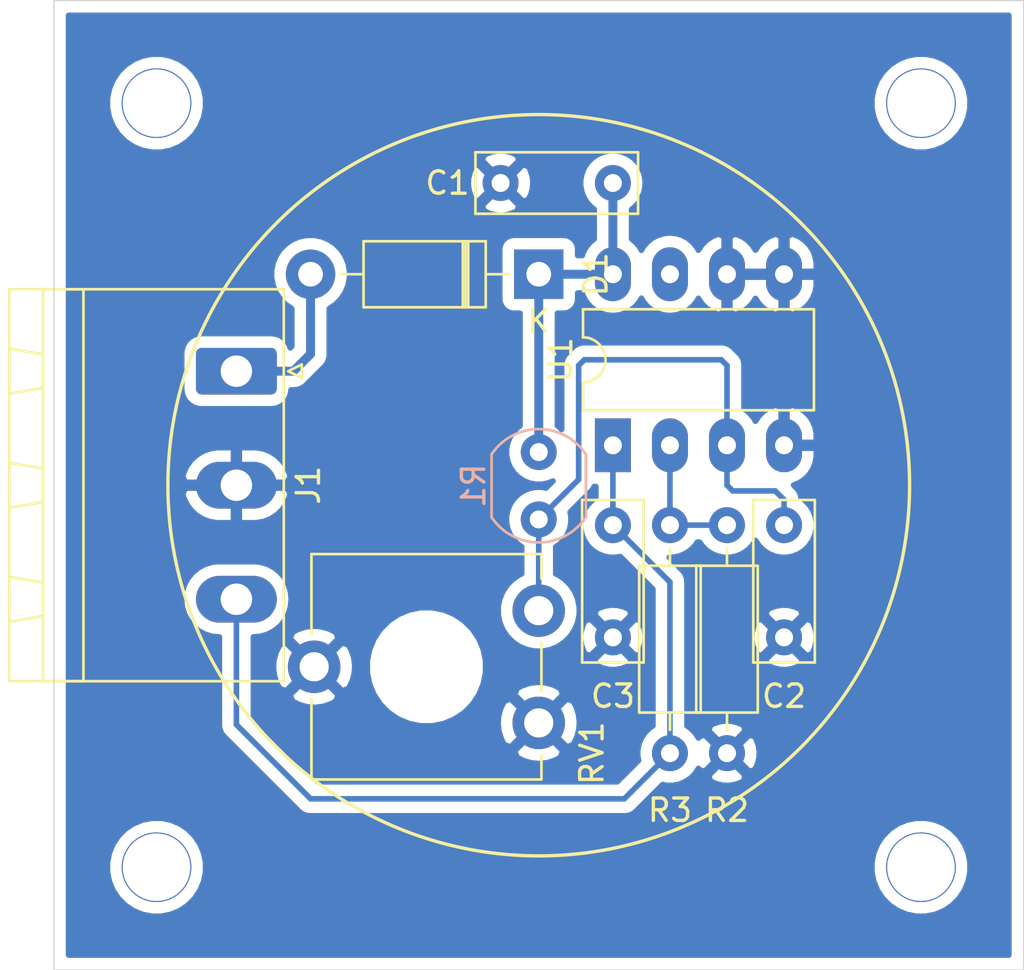
<source format=kicad_pcb>
(kicad_pcb (version 20171130) (host pcbnew "(5.1.5)-3")

  (general
    (thickness 1.6)
    (drawings 5)
    (tracks 35)
    (zones 0)
    (modules 10)
    (nets 8)
  )

  (page A4)
  (layers
    (0 F.Cu signal)
    (31 B.Cu signal)
    (32 B.Adhes user)
    (33 F.Adhes user)
    (34 B.Paste user)
    (35 F.Paste user)
    (36 B.SilkS user)
    (37 F.SilkS user)
    (38 B.Mask user)
    (39 F.Mask user)
    (40 Dwgs.User user)
    (41 Cmts.User user)
    (42 Eco1.User user)
    (43 Eco2.User user)
    (44 Edge.Cuts user)
    (45 Margin user)
    (46 B.CrtYd user)
    (47 F.CrtYd user)
    (48 B.Fab user)
    (49 F.Fab user)
  )

  (setup
    (last_trace_width 0.25)
    (trace_clearance 0.2)
    (zone_clearance 0.508)
    (zone_45_only no)
    (trace_min 0.2)
    (via_size 0.8)
    (via_drill 0.4)
    (via_min_size 0.4)
    (via_min_drill 0.3)
    (uvia_size 0.3)
    (uvia_drill 0.1)
    (uvias_allowed no)
    (uvia_min_size 0.2)
    (uvia_min_drill 0.1)
    (edge_width 0.05)
    (segment_width 0.2)
    (pcb_text_width 0.3)
    (pcb_text_size 1.5 1.5)
    (mod_edge_width 0.12)
    (mod_text_size 1 1)
    (mod_text_width 0.15)
    (pad_size 1.524 1.524)
    (pad_drill 0.762)
    (pad_to_mask_clearance 0.051)
    (solder_mask_min_width 0.25)
    (aux_axis_origin 0 0)
    (visible_elements 7FFDFFFF)
    (pcbplotparams
      (layerselection 0x010fc_ffffffff)
      (usegerberextensions false)
      (usegerberattributes false)
      (usegerberadvancedattributes false)
      (creategerberjobfile false)
      (excludeedgelayer true)
      (linewidth 0.100000)
      (plotframeref false)
      (viasonmask false)
      (mode 1)
      (useauxorigin false)
      (hpglpennumber 1)
      (hpglpenspeed 20)
      (hpglpendiameter 15.000000)
      (psnegative false)
      (psa4output false)
      (plotreference true)
      (plotvalue true)
      (plotinvisibletext false)
      (padsonsilk false)
      (subtractmaskfromsilk false)
      (outputformat 1)
      (mirror false)
      (drillshape 1)
      (scaleselection 1)
      (outputdirectory ""))
  )

  (net 0 "")
  (net 1 GND)
  (net 2 VCC)
  (net 3 "Net-(C2-Pad1)")
  (net 4 "Net-(R2-Pad2)")
  (net 5 "Net-(U1-Pad7)")
  (net 6 "Net-(D1-Pad2)")
  (net 7 AO)

  (net_class Default "This is the default net class."
    (clearance 0.2)
    (trace_width 0.25)
    (via_dia 0.8)
    (via_drill 0.4)
    (uvia_dia 0.3)
    (uvia_drill 0.1)
    (add_net AO)
    (add_net "Net-(C2-Pad1)")
    (add_net "Net-(R2-Pad2)")
    (add_net "Net-(U1-Pad7)")
  )

  (net_class Power ""
    (clearance 0.2)
    (trace_width 0.4)
    (via_dia 0.8)
    (via_drill 0.4)
    (uvia_dia 0.3)
    (uvia_drill 0.1)
    (add_net GND)
    (add_net "Net-(D1-Pad2)")
    (add_net VCC)
  )

  (module Diode_THT:D_DO-41_SOD81_P10.16mm_Horizontal (layer F.Cu) (tedit 5AE50CD5) (tstamp 609C2D95)
    (at 137.414 87.884 180)
    (descr "Diode, DO-41_SOD81 series, Axial, Horizontal, pin pitch=10.16mm, , length*diameter=5.2*2.7mm^2, , http://www.diodes.com/_files/packages/DO-41%20(Plastic).pdf")
    (tags "Diode DO-41_SOD81 series Axial Horizontal pin pitch 10.16mm  length 5.2mm diameter 2.7mm")
    (path /609CDDEE)
    (fp_text reference D1 (at -2.54 0 90) (layer F.SilkS)
      (effects (font (size 1 1) (thickness 0.15)))
    )
    (fp_text value 1N4007 (at 5.08 2.47) (layer F.Fab)
      (effects (font (size 1 1) (thickness 0.15)))
    )
    (fp_text user K (at 0 -2.1) (layer F.SilkS)
      (effects (font (size 1 1) (thickness 0.15)))
    )
    (fp_text user K (at 0 -2.1) (layer F.Fab)
      (effects (font (size 1 1) (thickness 0.15)))
    )
    (fp_text user %R (at 5.47 0) (layer F.Fab)
      (effects (font (size 1 1) (thickness 0.15)))
    )
    (fp_line (start 11.51 -1.6) (end -1.35 -1.6) (layer F.CrtYd) (width 0.05))
    (fp_line (start 11.51 1.6) (end 11.51 -1.6) (layer F.CrtYd) (width 0.05))
    (fp_line (start -1.35 1.6) (end 11.51 1.6) (layer F.CrtYd) (width 0.05))
    (fp_line (start -1.35 -1.6) (end -1.35 1.6) (layer F.CrtYd) (width 0.05))
    (fp_line (start 3.14 -1.47) (end 3.14 1.47) (layer F.SilkS) (width 0.12))
    (fp_line (start 3.38 -1.47) (end 3.38 1.47) (layer F.SilkS) (width 0.12))
    (fp_line (start 3.26 -1.47) (end 3.26 1.47) (layer F.SilkS) (width 0.12))
    (fp_line (start 8.82 0) (end 7.8 0) (layer F.SilkS) (width 0.12))
    (fp_line (start 1.34 0) (end 2.36 0) (layer F.SilkS) (width 0.12))
    (fp_line (start 7.8 -1.47) (end 2.36 -1.47) (layer F.SilkS) (width 0.12))
    (fp_line (start 7.8 1.47) (end 7.8 -1.47) (layer F.SilkS) (width 0.12))
    (fp_line (start 2.36 1.47) (end 7.8 1.47) (layer F.SilkS) (width 0.12))
    (fp_line (start 2.36 -1.47) (end 2.36 1.47) (layer F.SilkS) (width 0.12))
    (fp_line (start 3.16 -1.35) (end 3.16 1.35) (layer F.Fab) (width 0.1))
    (fp_line (start 3.36 -1.35) (end 3.36 1.35) (layer F.Fab) (width 0.1))
    (fp_line (start 3.26 -1.35) (end 3.26 1.35) (layer F.Fab) (width 0.1))
    (fp_line (start 10.16 0) (end 7.68 0) (layer F.Fab) (width 0.1))
    (fp_line (start 0 0) (end 2.48 0) (layer F.Fab) (width 0.1))
    (fp_line (start 7.68 -1.35) (end 2.48 -1.35) (layer F.Fab) (width 0.1))
    (fp_line (start 7.68 1.35) (end 7.68 -1.35) (layer F.Fab) (width 0.1))
    (fp_line (start 2.48 1.35) (end 7.68 1.35) (layer F.Fab) (width 0.1))
    (fp_line (start 2.48 -1.35) (end 2.48 1.35) (layer F.Fab) (width 0.1))
    (pad 2 thru_hole oval (at 10.16 0 180) (size 2.2 2.2) (drill 1.1) (layers *.Cu *.Mask)
      (net 6 "Net-(D1-Pad2)"))
    (pad 1 thru_hole rect (at 0 0 180) (size 2.2 2.2) (drill 1.1) (layers *.Cu *.Mask)
      (net 2 VCC))
    (model ${KISYS3DMOD}/Diode_THT.3dshapes/D_DO-41_SOD81_P10.16mm_Horizontal.wrl
      (at (xyz 0 0 0))
      (scale (xyz 1 1 1))
      (rotate (xyz 0 0 0))
    )
  )

  (module Package_DIP:DIP-8_W7.62mm_LongPads (layer F.Cu) (tedit 5A02E8C5) (tstamp 609C1CC2)
    (at 140.716 95.504 90)
    (descr "8-lead though-hole mounted DIP package, row spacing 7.62 mm (300 mils), LongPads")
    (tags "THT DIP DIL PDIP 2.54mm 7.62mm 300mil LongPads")
    (path /60893231)
    (fp_text reference U1 (at 3.81 -2.33 90) (layer F.SilkS)
      (effects (font (size 1 1) (thickness 0.15)))
    )
    (fp_text value LM358 (at 3.81 9.95 90) (layer F.Fab)
      (effects (font (size 1 1) (thickness 0.15)))
    )
    (fp_text user %R (at 3.81 3.81 90) (layer F.Fab)
      (effects (font (size 1 1) (thickness 0.15)))
    )
    (fp_line (start 9.1 -1.55) (end -1.45 -1.55) (layer F.CrtYd) (width 0.05))
    (fp_line (start 9.1 9.15) (end 9.1 -1.55) (layer F.CrtYd) (width 0.05))
    (fp_line (start -1.45 9.15) (end 9.1 9.15) (layer F.CrtYd) (width 0.05))
    (fp_line (start -1.45 -1.55) (end -1.45 9.15) (layer F.CrtYd) (width 0.05))
    (fp_line (start 6.06 -1.33) (end 4.81 -1.33) (layer F.SilkS) (width 0.12))
    (fp_line (start 6.06 8.95) (end 6.06 -1.33) (layer F.SilkS) (width 0.12))
    (fp_line (start 1.56 8.95) (end 6.06 8.95) (layer F.SilkS) (width 0.12))
    (fp_line (start 1.56 -1.33) (end 1.56 8.95) (layer F.SilkS) (width 0.12))
    (fp_line (start 2.81 -1.33) (end 1.56 -1.33) (layer F.SilkS) (width 0.12))
    (fp_line (start 0.635 -0.27) (end 1.635 -1.27) (layer F.Fab) (width 0.1))
    (fp_line (start 0.635 8.89) (end 0.635 -0.27) (layer F.Fab) (width 0.1))
    (fp_line (start 6.985 8.89) (end 0.635 8.89) (layer F.Fab) (width 0.1))
    (fp_line (start 6.985 -1.27) (end 6.985 8.89) (layer F.Fab) (width 0.1))
    (fp_line (start 1.635 -1.27) (end 6.985 -1.27) (layer F.Fab) (width 0.1))
    (fp_arc (start 3.81 -1.33) (end 2.81 -1.33) (angle -180) (layer F.SilkS) (width 0.12))
    (pad 8 thru_hole oval (at 7.62 0 90) (size 2.4 1.6) (drill 0.8) (layers *.Cu *.Mask)
      (net 2 VCC))
    (pad 4 thru_hole oval (at 0 7.62 90) (size 2.4 1.6) (drill 0.8) (layers *.Cu *.Mask)
      (net 1 GND))
    (pad 7 thru_hole oval (at 7.62 2.54 90) (size 2.4 1.6) (drill 0.8) (layers *.Cu *.Mask)
      (net 5 "Net-(U1-Pad7)"))
    (pad 3 thru_hole oval (at 0 5.08 90) (size 2.4 1.6) (drill 0.8) (layers *.Cu *.Mask)
      (net 3 "Net-(C2-Pad1)"))
    (pad 6 thru_hole oval (at 7.62 5.08 90) (size 2.4 1.6) (drill 0.8) (layers *.Cu *.Mask)
      (net 1 GND))
    (pad 2 thru_hole oval (at 0 2.54 90) (size 2.4 1.6) (drill 0.8) (layers *.Cu *.Mask)
      (net 4 "Net-(R2-Pad2)"))
    (pad 5 thru_hole oval (at 7.62 7.62 90) (size 2.4 1.6) (drill 0.8) (layers *.Cu *.Mask)
      (net 1 GND))
    (pad 1 thru_hole rect (at 0 0 90) (size 2.4 1.6) (drill 0.8) (layers *.Cu *.Mask)
      (net 7 AO))
    (model ${KISYS3DMOD}/Package_DIP.3dshapes/DIP-8_W7.62mm.wrl
      (at (xyz 0 0 0))
      (scale (xyz 1 1 1))
      (rotate (xyz 0 0 0))
    )
  )

  (module Potentiometer_THT:Potentiometer_ACP_CA9-V10_Vertical_Hole (layer F.Cu) (tedit 5A3D4994) (tstamp 609C1CA6)
    (at 137.414 102.87 180)
    (descr "Potentiometer, vertical, shaft hole, ACP CA9-V10, http://www.acptechnologies.com/wp-content/uploads/2017/05/02-ACP-CA9-CE9.pdf")
    (tags "Potentiometer vertical hole ACP CA9-V10")
    (path /6089DFB3)
    (fp_text reference RV1 (at -2.366 -6.35 270) (layer F.SilkS)
      (effects (font (size 1 1) (thickness 0.15)))
    )
    (fp_text value 5k (at 5 3.65) (layer F.Fab)
      (effects (font (size 1 1) (thickness 0.15)))
    )
    (fp_text user %R (at 1 -2.5 90) (layer F.Fab)
      (effects (font (size 1 1) (thickness 0.15)))
    )
    (fp_line (start 11.45 -7.65) (end -1.45 -7.65) (layer F.CrtYd) (width 0.05))
    (fp_line (start 11.45 2.7) (end 11.45 -7.65) (layer F.CrtYd) (width 0.05))
    (fp_line (start -1.45 2.7) (end 11.45 2.7) (layer F.CrtYd) (width 0.05))
    (fp_line (start -1.45 -7.65) (end -1.45 2.7) (layer F.CrtYd) (width 0.05))
    (fp_line (start 10.12 -1.075) (end 10.12 2.52) (layer F.SilkS) (width 0.12))
    (fp_line (start 10.12 -7.521) (end 10.12 -3.925) (layer F.SilkS) (width 0.12))
    (fp_line (start -0.12 1.425) (end -0.12 2.52) (layer F.SilkS) (width 0.12))
    (fp_line (start -0.12 -3.574) (end -0.12 -1.425) (layer F.SilkS) (width 0.12))
    (fp_line (start -0.12 -7.521) (end -0.12 -6.426) (layer F.SilkS) (width 0.12))
    (fp_line (start -0.12 2.52) (end 10.12 2.52) (layer F.SilkS) (width 0.12))
    (fp_line (start -0.12 -7.521) (end 10.12 -7.521) (layer F.SilkS) (width 0.12))
    (fp_line (start 10 -7.4) (end 0 -7.4) (layer F.Fab) (width 0.1))
    (fp_line (start 10 2.4) (end 10 -7.4) (layer F.Fab) (width 0.1))
    (fp_line (start 0 2.4) (end 10 2.4) (layer F.Fab) (width 0.1))
    (fp_line (start 0 -7.4) (end 0 2.4) (layer F.Fab) (width 0.1))
    (pad "" np_thru_hole circle (at 5 -2.5 180) (size 4 4) (drill 4) (layers *.Cu *.Mask))
    (pad 1 thru_hole circle (at 0 0 180) (size 2.34 2.34) (drill 1.3) (layers *.Cu *.Mask)
      (net 3 "Net-(C2-Pad1)"))
    (pad 2 thru_hole circle (at 10 -2.5 180) (size 2.34 2.34) (drill 1.3) (layers *.Cu *.Mask)
      (net 1 GND))
    (pad 3 thru_hole circle (at 0 -5 180) (size 2.34 2.34) (drill 1.3) (layers *.Cu *.Mask)
      (net 1 GND))
    (model ${KISYS3DMOD}/Potentiometer_THT.3dshapes/Potentiometer_ACP_CA9-V10_Vertical_Hole.wrl
      (at (xyz 0 0 0))
      (scale (xyz 1 1 1))
      (rotate (xyz 0 0 0))
    )
  )

  (module Resistor_THT:R_Axial_DIN0207_L6.3mm_D2.5mm_P10.16mm_Horizontal (layer F.Cu) (tedit 5AE5139B) (tstamp 609C1C8E)
    (at 143.256 109.22 90)
    (descr "Resistor, Axial_DIN0207 series, Axial, Horizontal, pin pitch=10.16mm, 0.25W = 1/4W, length*diameter=6.3*2.5mm^2, http://cdn-reichelt.de/documents/datenblatt/B400/1_4W%23YAG.pdf")
    (tags "Resistor Axial_DIN0207 series Axial Horizontal pin pitch 10.16mm 0.25W = 1/4W length 6.3mm diameter 2.5mm")
    (path /60898D17)
    (fp_text reference R3 (at -2.54 0) (layer F.SilkS)
      (effects (font (size 1 1) (thickness 0.15)))
    )
    (fp_text value 100 (at 5.08 2.37 90) (layer F.Fab)
      (effects (font (size 1 1) (thickness 0.15)))
    )
    (fp_text user %R (at 5.08 0 90) (layer F.Fab)
      (effects (font (size 1 1) (thickness 0.15)))
    )
    (fp_line (start 11.21 -1.5) (end -1.05 -1.5) (layer F.CrtYd) (width 0.05))
    (fp_line (start 11.21 1.5) (end 11.21 -1.5) (layer F.CrtYd) (width 0.05))
    (fp_line (start -1.05 1.5) (end 11.21 1.5) (layer F.CrtYd) (width 0.05))
    (fp_line (start -1.05 -1.5) (end -1.05 1.5) (layer F.CrtYd) (width 0.05))
    (fp_line (start 9.12 0) (end 8.35 0) (layer F.SilkS) (width 0.12))
    (fp_line (start 1.04 0) (end 1.81 0) (layer F.SilkS) (width 0.12))
    (fp_line (start 8.35 -1.37) (end 1.81 -1.37) (layer F.SilkS) (width 0.12))
    (fp_line (start 8.35 1.37) (end 8.35 -1.37) (layer F.SilkS) (width 0.12))
    (fp_line (start 1.81 1.37) (end 8.35 1.37) (layer F.SilkS) (width 0.12))
    (fp_line (start 1.81 -1.37) (end 1.81 1.37) (layer F.SilkS) (width 0.12))
    (fp_line (start 10.16 0) (end 8.23 0) (layer F.Fab) (width 0.1))
    (fp_line (start 0 0) (end 1.93 0) (layer F.Fab) (width 0.1))
    (fp_line (start 8.23 -1.25) (end 1.93 -1.25) (layer F.Fab) (width 0.1))
    (fp_line (start 8.23 1.25) (end 8.23 -1.25) (layer F.Fab) (width 0.1))
    (fp_line (start 1.93 1.25) (end 8.23 1.25) (layer F.Fab) (width 0.1))
    (fp_line (start 1.93 -1.25) (end 1.93 1.25) (layer F.Fab) (width 0.1))
    (pad 2 thru_hole oval (at 10.16 0 90) (size 1.6 1.6) (drill 0.8) (layers *.Cu *.Mask)
      (net 4 "Net-(R2-Pad2)"))
    (pad 1 thru_hole circle (at 0 0 90) (size 1.6 1.6) (drill 0.8) (layers *.Cu *.Mask)
      (net 7 AO))
    (model ${KISYS3DMOD}/Resistor_THT.3dshapes/R_Axial_DIN0207_L6.3mm_D2.5mm_P10.16mm_Horizontal.wrl
      (at (xyz 0 0 0))
      (scale (xyz 1 1 1))
      (rotate (xyz 0 0 0))
    )
  )

  (module Resistor_THT:R_Axial_DIN0207_L6.3mm_D2.5mm_P10.16mm_Horizontal (layer F.Cu) (tedit 5AE5139B) (tstamp 609C3343)
    (at 145.796 109.22 90)
    (descr "Resistor, Axial_DIN0207 series, Axial, Horizontal, pin pitch=10.16mm, 0.25W = 1/4W, length*diameter=6.3*2.5mm^2, http://cdn-reichelt.de/documents/datenblatt/B400/1_4W%23YAG.pdf")
    (tags "Resistor Axial_DIN0207 series Axial Horizontal pin pitch 10.16mm 0.25W = 1/4W length 6.3mm diameter 2.5mm")
    (path /608995EB)
    (fp_text reference R2 (at -2.54 0) (layer F.SilkS)
      (effects (font (size 1 1) (thickness 0.15)))
    )
    (fp_text value 20k (at 5.08 2.37 90) (layer F.Fab)
      (effects (font (size 1 1) (thickness 0.15)))
    )
    (fp_text user %R (at 5.08 0 90) (layer F.Fab)
      (effects (font (size 1 1) (thickness 0.15)))
    )
    (fp_line (start 11.21 -1.5) (end -1.05 -1.5) (layer F.CrtYd) (width 0.05))
    (fp_line (start 11.21 1.5) (end 11.21 -1.5) (layer F.CrtYd) (width 0.05))
    (fp_line (start -1.05 1.5) (end 11.21 1.5) (layer F.CrtYd) (width 0.05))
    (fp_line (start -1.05 -1.5) (end -1.05 1.5) (layer F.CrtYd) (width 0.05))
    (fp_line (start 9.12 0) (end 8.35 0) (layer F.SilkS) (width 0.12))
    (fp_line (start 1.04 0) (end 1.81 0) (layer F.SilkS) (width 0.12))
    (fp_line (start 8.35 -1.37) (end 1.81 -1.37) (layer F.SilkS) (width 0.12))
    (fp_line (start 8.35 1.37) (end 8.35 -1.37) (layer F.SilkS) (width 0.12))
    (fp_line (start 1.81 1.37) (end 8.35 1.37) (layer F.SilkS) (width 0.12))
    (fp_line (start 1.81 -1.37) (end 1.81 1.37) (layer F.SilkS) (width 0.12))
    (fp_line (start 10.16 0) (end 8.23 0) (layer F.Fab) (width 0.1))
    (fp_line (start 0 0) (end 1.93 0) (layer F.Fab) (width 0.1))
    (fp_line (start 8.23 -1.25) (end 1.93 -1.25) (layer F.Fab) (width 0.1))
    (fp_line (start 8.23 1.25) (end 8.23 -1.25) (layer F.Fab) (width 0.1))
    (fp_line (start 1.93 1.25) (end 8.23 1.25) (layer F.Fab) (width 0.1))
    (fp_line (start 1.93 -1.25) (end 1.93 1.25) (layer F.Fab) (width 0.1))
    (pad 2 thru_hole oval (at 10.16 0 90) (size 1.6 1.6) (drill 0.8) (layers *.Cu *.Mask)
      (net 4 "Net-(R2-Pad2)"))
    (pad 1 thru_hole circle (at 0 0 90) (size 1.6 1.6) (drill 0.8) (layers *.Cu *.Mask)
      (net 1 GND))
    (model ${KISYS3DMOD}/Resistor_THT.3dshapes/R_Axial_DIN0207_L6.3mm_D2.5mm_P10.16mm_Horizontal.wrl
      (at (xyz 0 0 0))
      (scale (xyz 1 1 1))
      (rotate (xyz 0 0 0))
    )
  )

  (module OptoDevice:R_LDR_5.0x4.1mm_P3mm_Vertical (layer B.Cu) (tedit 5B8603C1) (tstamp 609C1C60)
    (at 137.414 95.806 270)
    (descr "Resistor, LDR 5x4.1mm, see http://cdn-reichelt.de/documents/datenblatt/A500/A90xxxx%23PE.pdf")
    (tags "Resistor LDR5x4.1mm")
    (path /60898305)
    (fp_text reference R1 (at 1.5 2.9 270) (layer B.SilkS)
      (effects (font (size 1 1) (thickness 0.15)) (justify mirror))
    )
    (fp_text value LDR03 (at 1.3 -3 270) (layer B.Fab)
      (effects (font (size 1 1) (thickness 0.15)) (justify mirror))
    )
    (fp_arc (start 1.5 0) (end 0.2 -2.05) (angle -114) (layer B.Fab) (width 0.1))
    (fp_arc (start 1.5 0) (end 2.8 2.05) (angle -114) (layer B.Fab) (width 0.1))
    (fp_arc (start 1.5 0) (end 0.1 -2.1) (angle -113) (layer B.SilkS) (width 0.12))
    (fp_arc (start 1.5 0) (end 2.9 2.1) (angle -113) (layer B.SilkS) (width 0.12))
    (fp_line (start 4.18 -2.3) (end -1.18 -2.3) (layer B.CrtYd) (width 0.05))
    (fp_line (start 4.18 -2.3) (end 4.18 2.3) (layer B.CrtYd) (width 0.05))
    (fp_line (start -1.18 2.3) (end -1.18 -2.3) (layer B.CrtYd) (width 0.05))
    (fp_line (start -1.18 2.3) (end 4.18 2.3) (layer B.CrtYd) (width 0.05))
    (fp_line (start 0.2 2.05) (end 2.8 2.05) (layer B.Fab) (width 0.1))
    (fp_line (start 2.8 -2.05) (end 0.2 -2.05) (layer B.Fab) (width 0.1))
    (fp_line (start 0.6 -1.8) (end 2.4 -1.8) (layer B.Fab) (width 0.1))
    (fp_line (start 0.6 -1.2) (end 0.6 -1.8) (layer B.Fab) (width 0.1))
    (fp_line (start 2.4 1.8) (end 2.4 1.2) (layer B.Fab) (width 0.1))
    (fp_line (start 0.6 1.8) (end 2.4 1.8) (layer B.Fab) (width 0.1))
    (fp_line (start 0.9 1.2) (end 2.4 1.2) (layer B.Fab) (width 0.1))
    (fp_line (start 0.9 0.6) (end 0.9 1.2) (layer B.Fab) (width 0.1))
    (fp_line (start 2.1 0.6) (end 0.9 0.6) (layer B.Fab) (width 0.1))
    (fp_line (start 2.1 0.5) (end 2.1 0.6) (layer B.Fab) (width 0.1))
    (fp_line (start 2.1 0) (end 2.1 0.5) (layer B.Fab) (width 0.1))
    (fp_line (start 0.9 0) (end 2.1 0) (layer B.Fab) (width 0.1))
    (fp_line (start 0.9 -0.6) (end 0.9 0) (layer B.Fab) (width 0.1))
    (fp_line (start 2.1 -0.6) (end 0.9 -0.6) (layer B.Fab) (width 0.1))
    (fp_line (start 2.1 -1.2) (end 2.1 -0.6) (layer B.Fab) (width 0.1))
    (fp_line (start 0.6 -1.2) (end 2.1 -1.2) (layer B.Fab) (width 0.1))
    (fp_line (start 0.1 2.1) (end 2.9 2.1) (layer B.SilkS) (width 0.12))
    (fp_line (start 0.1 -2.1) (end 2.9 -2.1) (layer B.SilkS) (width 0.12))
    (fp_text user %R (at 1.5 2.9 270) (layer B.Fab)
      (effects (font (size 1 1) (thickness 0.15)) (justify mirror))
    )
    (pad 2 thru_hole circle (at 3 0 270) (size 1.6 1.6) (drill 0.8) (layers *.Cu *.Mask)
      (net 3 "Net-(C2-Pad1)"))
    (pad 1 thru_hole circle (at 0 0 270) (size 1.6 1.6) (drill 0.8) (layers *.Cu *.Mask)
      (net 2 VCC))
    (model ${KISYS3DMOD}/OptoDevice.3dshapes/R_LDR_5.0x4.1mm_P3mm_Vertical.wrl
      (at (xyz 0 0 0))
      (scale (xyz 1 1 1))
      (rotate (xyz 0 0 0))
    )
    (model ${KIPRJMOD}/External/ldr-33-wrl.wrl
      (at (xyz 0 0 0))
      (scale (xyz 1 1 1))
      (rotate (xyz 0 0 0))
    )
    (model ${KIPRJMOD}/External/ldr-33-v2-0.6mm.STL
      (at (xyz 0 0 0))
      (scale (xyz 1 1 1))
      (rotate (xyz 0 0 0))
    )
  )

  (module Capacitor_THT:C_Disc_D7.0mm_W2.5mm_P5.00mm (layer F.Cu) (tedit 5AE50EF0) (tstamp 609C1C09)
    (at 140.716 99.06 270)
    (descr "C, Disc series, Radial, pin pitch=5.00mm, , diameter*width=7*2.5mm^2, Capacitor, http://cdn-reichelt.de/documents/datenblatt/B300/DS_KERKO_TC.pdf")
    (tags "C Disc series Radial pin pitch 5.00mm  diameter 7mm width 2.5mm Capacitor")
    (path /6089D11C)
    (fp_text reference C3 (at 7.62 0 180) (layer F.SilkS)
      (effects (font (size 1 1) (thickness 0.15)))
    )
    (fp_text value 100nF (at 2.5 2.5 90) (layer F.Fab)
      (effects (font (size 1 1) (thickness 0.15)))
    )
    (fp_text user %R (at 2.5 0 90) (layer F.Fab)
      (effects (font (size 1 1) (thickness 0.15)))
    )
    (fp_line (start 6.25 -1.5) (end -1.25 -1.5) (layer F.CrtYd) (width 0.05))
    (fp_line (start 6.25 1.5) (end 6.25 -1.5) (layer F.CrtYd) (width 0.05))
    (fp_line (start -1.25 1.5) (end 6.25 1.5) (layer F.CrtYd) (width 0.05))
    (fp_line (start -1.25 -1.5) (end -1.25 1.5) (layer F.CrtYd) (width 0.05))
    (fp_line (start 6.12 -1.37) (end 6.12 1.37) (layer F.SilkS) (width 0.12))
    (fp_line (start -1.12 -1.37) (end -1.12 1.37) (layer F.SilkS) (width 0.12))
    (fp_line (start -1.12 1.37) (end 6.12 1.37) (layer F.SilkS) (width 0.12))
    (fp_line (start -1.12 -1.37) (end 6.12 -1.37) (layer F.SilkS) (width 0.12))
    (fp_line (start 6 -1.25) (end -1 -1.25) (layer F.Fab) (width 0.1))
    (fp_line (start 6 1.25) (end 6 -1.25) (layer F.Fab) (width 0.1))
    (fp_line (start -1 1.25) (end 6 1.25) (layer F.Fab) (width 0.1))
    (fp_line (start -1 -1.25) (end -1 1.25) (layer F.Fab) (width 0.1))
    (pad 2 thru_hole circle (at 5 0 270) (size 1.6 1.6) (drill 0.8) (layers *.Cu *.Mask)
      (net 1 GND))
    (pad 1 thru_hole circle (at 0 0 270) (size 1.6 1.6) (drill 0.8) (layers *.Cu *.Mask)
      (net 7 AO))
    (model ${KISYS3DMOD}/Capacitor_THT.3dshapes/C_Disc_D7.0mm_W2.5mm_P5.00mm.wrl
      (at (xyz 0 0 0))
      (scale (xyz 1 1 1))
      (rotate (xyz 0 0 0))
    )
  )

  (module Capacitor_THT:C_Disc_D7.0mm_W2.5mm_P5.00mm (layer F.Cu) (tedit 5AE50EF0) (tstamp 609C1BF6)
    (at 148.336 99.06 270)
    (descr "C, Disc series, Radial, pin pitch=5.00mm, , diameter*width=7*2.5mm^2, Capacitor, http://cdn-reichelt.de/documents/datenblatt/B300/DS_KERKO_TC.pdf")
    (tags "C Disc series Radial pin pitch 5.00mm  diameter 7mm width 2.5mm Capacitor")
    (path /6089C9CA)
    (fp_text reference C2 (at 7.62 0 180) (layer F.SilkS)
      (effects (font (size 1 1) (thickness 0.15)))
    )
    (fp_text value 100nF (at 2.5 2.5 90) (layer F.Fab)
      (effects (font (size 1 1) (thickness 0.15)))
    )
    (fp_text user %R (at 2.5 0 90) (layer F.Fab)
      (effects (font (size 1 1) (thickness 0.15)))
    )
    (fp_line (start 6.25 -1.5) (end -1.25 -1.5) (layer F.CrtYd) (width 0.05))
    (fp_line (start 6.25 1.5) (end 6.25 -1.5) (layer F.CrtYd) (width 0.05))
    (fp_line (start -1.25 1.5) (end 6.25 1.5) (layer F.CrtYd) (width 0.05))
    (fp_line (start -1.25 -1.5) (end -1.25 1.5) (layer F.CrtYd) (width 0.05))
    (fp_line (start 6.12 -1.37) (end 6.12 1.37) (layer F.SilkS) (width 0.12))
    (fp_line (start -1.12 -1.37) (end -1.12 1.37) (layer F.SilkS) (width 0.12))
    (fp_line (start -1.12 1.37) (end 6.12 1.37) (layer F.SilkS) (width 0.12))
    (fp_line (start -1.12 -1.37) (end 6.12 -1.37) (layer F.SilkS) (width 0.12))
    (fp_line (start 6 -1.25) (end -1 -1.25) (layer F.Fab) (width 0.1))
    (fp_line (start 6 1.25) (end 6 -1.25) (layer F.Fab) (width 0.1))
    (fp_line (start -1 1.25) (end 6 1.25) (layer F.Fab) (width 0.1))
    (fp_line (start -1 -1.25) (end -1 1.25) (layer F.Fab) (width 0.1))
    (pad 2 thru_hole circle (at 5 0 270) (size 1.6 1.6) (drill 0.8) (layers *.Cu *.Mask)
      (net 1 GND))
    (pad 1 thru_hole circle (at 0 0 270) (size 1.6 1.6) (drill 0.8) (layers *.Cu *.Mask)
      (net 3 "Net-(C2-Pad1)"))
    (model ${KISYS3DMOD}/Capacitor_THT.3dshapes/C_Disc_D7.0mm_W2.5mm_P5.00mm.wrl
      (at (xyz 0 0 0))
      (scale (xyz 1 1 1))
      (rotate (xyz 0 0 0))
    )
  )

  (module Capacitor_THT:C_Disc_D7.0mm_W2.5mm_P5.00mm (layer F.Cu) (tedit 5AE50EF0) (tstamp 609C1BE3)
    (at 140.716 83.82 180)
    (descr "C, Disc series, Radial, pin pitch=5.00mm, , diameter*width=7*2.5mm^2, Capacitor, http://cdn-reichelt.de/documents/datenblatt/B300/DS_KERKO_TC.pdf")
    (tags "C Disc series Radial pin pitch 5.00mm  diameter 7mm width 2.5mm Capacitor")
    (path /608AC229)
    (fp_text reference C1 (at 7.366 0) (layer F.SilkS)
      (effects (font (size 1 1) (thickness 0.15)))
    )
    (fp_text value 100nF (at 2.5 2.5) (layer F.Fab)
      (effects (font (size 1 1) (thickness 0.15)))
    )
    (fp_text user %R (at 2.5 0) (layer F.Fab)
      (effects (font (size 1 1) (thickness 0.15)))
    )
    (fp_line (start 6.25 -1.5) (end -1.25 -1.5) (layer F.CrtYd) (width 0.05))
    (fp_line (start 6.25 1.5) (end 6.25 -1.5) (layer F.CrtYd) (width 0.05))
    (fp_line (start -1.25 1.5) (end 6.25 1.5) (layer F.CrtYd) (width 0.05))
    (fp_line (start -1.25 -1.5) (end -1.25 1.5) (layer F.CrtYd) (width 0.05))
    (fp_line (start 6.12 -1.37) (end 6.12 1.37) (layer F.SilkS) (width 0.12))
    (fp_line (start -1.12 -1.37) (end -1.12 1.37) (layer F.SilkS) (width 0.12))
    (fp_line (start -1.12 1.37) (end 6.12 1.37) (layer F.SilkS) (width 0.12))
    (fp_line (start -1.12 -1.37) (end 6.12 -1.37) (layer F.SilkS) (width 0.12))
    (fp_line (start 6 -1.25) (end -1 -1.25) (layer F.Fab) (width 0.1))
    (fp_line (start 6 1.25) (end 6 -1.25) (layer F.Fab) (width 0.1))
    (fp_line (start -1 1.25) (end 6 1.25) (layer F.Fab) (width 0.1))
    (fp_line (start -1 -1.25) (end -1 1.25) (layer F.Fab) (width 0.1))
    (pad 2 thru_hole circle (at 5 0 180) (size 1.6 1.6) (drill 0.8) (layers *.Cu *.Mask)
      (net 1 GND))
    (pad 1 thru_hole circle (at 0 0 180) (size 1.6 1.6) (drill 0.8) (layers *.Cu *.Mask)
      (net 2 VCC))
    (model ${KISYS3DMOD}/Capacitor_THT.3dshapes/C_Disc_D7.0mm_W2.5mm_P5.00mm.wrl
      (at (xyz 0 0 0))
      (scale (xyz 1 1 1))
      (rotate (xyz 0 0 0))
    )
  )

  (module Connector_Phoenix_MSTB:PhoenixContact_MSTBA_2,5_3-G-5,08_1x03_P5.08mm_Horizontal (layer F.Cu) (tedit 5B785047) (tstamp 60A38186)
    (at 123.952 92.202 270)
    (descr "Generic Phoenix Contact connector footprint for: MSTBA_2,5/3-G-5,08; number of pins: 03; pin pitch: 5.08mm; Angled || order number: 1757255 12A || order number: 1923872 16A (HC)")
    (tags "phoenix_contact connector MSTBA_01x03_G_5.08mm")
    (path /60A470FC)
    (fp_text reference J1 (at 5.08 -3.2 90) (layer F.SilkS)
      (effects (font (size 1 1) (thickness 0.15)))
    )
    (fp_text value CON (at 5.08 11.2 90) (layer F.Fab)
      (effects (font (size 1 1) (thickness 0.15)))
    )
    (fp_line (start -3.65 -2.11) (end -3.65 10.11) (layer F.SilkS) (width 0.12))
    (fp_line (start -3.65 10.11) (end 13.81 10.11) (layer F.SilkS) (width 0.12))
    (fp_line (start 13.81 10.11) (end 13.81 -2.11) (layer F.SilkS) (width 0.12))
    (fp_line (start 13.81 -2.11) (end -3.65 -2.11) (layer F.SilkS) (width 0.12))
    (fp_line (start -3.54 -2) (end -3.54 10) (layer F.Fab) (width 0.1))
    (fp_line (start -3.54 10) (end 13.7 10) (layer F.Fab) (width 0.1))
    (fp_line (start 13.7 10) (end 13.7 -2) (layer F.Fab) (width 0.1))
    (fp_line (start 13.7 -2) (end -3.54 -2) (layer F.Fab) (width 0.1))
    (fp_line (start -3.65 8.61) (end -3.65 6.81) (layer F.SilkS) (width 0.12))
    (fp_line (start -3.65 6.81) (end 13.81 6.81) (layer F.SilkS) (width 0.12))
    (fp_line (start 13.81 6.81) (end 13.81 8.61) (layer F.SilkS) (width 0.12))
    (fp_line (start 13.81 8.61) (end -3.65 8.61) (layer F.SilkS) (width 0.12))
    (fp_line (start -1 10.11) (end 1 10.11) (layer F.SilkS) (width 0.12))
    (fp_line (start 1 10.11) (end 0.75 8.61) (layer F.SilkS) (width 0.12))
    (fp_line (start 0.75 8.61) (end -0.75 8.61) (layer F.SilkS) (width 0.12))
    (fp_line (start -0.75 8.61) (end -1 10.11) (layer F.SilkS) (width 0.12))
    (fp_line (start 4.08 10.11) (end 6.08 10.11) (layer F.SilkS) (width 0.12))
    (fp_line (start 6.08 10.11) (end 5.83 8.61) (layer F.SilkS) (width 0.12))
    (fp_line (start 5.83 8.61) (end 4.33 8.61) (layer F.SilkS) (width 0.12))
    (fp_line (start 4.33 8.61) (end 4.08 10.11) (layer F.SilkS) (width 0.12))
    (fp_line (start 9.16 10.11) (end 11.16 10.11) (layer F.SilkS) (width 0.12))
    (fp_line (start 11.16 10.11) (end 10.91 8.61) (layer F.SilkS) (width 0.12))
    (fp_line (start 10.91 8.61) (end 9.41 8.61) (layer F.SilkS) (width 0.12))
    (fp_line (start 9.41 8.61) (end 9.16 10.11) (layer F.SilkS) (width 0.12))
    (fp_line (start -4.04 -2.5) (end -4.04 10.5) (layer F.CrtYd) (width 0.05))
    (fp_line (start -4.04 10.5) (end 14.2 10.5) (layer F.CrtYd) (width 0.05))
    (fp_line (start 14.2 10.5) (end 14.2 -2.5) (layer F.CrtYd) (width 0.05))
    (fp_line (start 14.2 -2.5) (end -4.04 -2.5) (layer F.CrtYd) (width 0.05))
    (fp_line (start 0.3 -2.91) (end 0 -2.31) (layer F.SilkS) (width 0.12))
    (fp_line (start 0 -2.31) (end -0.3 -2.91) (layer F.SilkS) (width 0.12))
    (fp_line (start -0.3 -2.91) (end 0.3 -2.91) (layer F.SilkS) (width 0.12))
    (fp_line (start 0.95 -2) (end 0 -0.5) (layer F.Fab) (width 0.1))
    (fp_line (start 0 -0.5) (end -0.95 -2) (layer F.Fab) (width 0.1))
    (fp_text user %R (at 5.08 -1.3 90) (layer F.Fab)
      (effects (font (size 1 1) (thickness 0.15)))
    )
    (pad 1 thru_hole roundrect (at 0 0 270) (size 2.08 3.6) (drill 1.4) (layers *.Cu *.Mask) (roundrect_rratio 0.120192)
      (net 6 "Net-(D1-Pad2)"))
    (pad 2 thru_hole oval (at 5.08 0 270) (size 2.08 3.6) (drill 1.4) (layers *.Cu *.Mask)
      (net 1 GND))
    (pad 3 thru_hole oval (at 10.16 0 270) (size 2.08 3.6) (drill 1.4) (layers *.Cu *.Mask)
      (net 7 AO))
    (model ${KISYS3DMOD}/Connector_Phoenix_MSTB.3dshapes/PhoenixContact_MSTBA_2,5_3-G-5,08_1x03_P5.08mm_Horizontal.wrl
      (at (xyz 0 0 0))
      (scale (xyz 1 1 1))
      (rotate (xyz 0 0 0))
    )
  )

  (gr_circle (center 137.414 97.282) (end 153.925954 97.282) (layer F.SilkS) (width 0.15))
  (gr_line (start 115.824 118.872) (end 159.004 118.872) (layer Edge.Cuts) (width 0.05) (tstamp 60A37BF5))
  (gr_line (start 159.004 75.692) (end 159.004 118.872) (layer Edge.Cuts) (width 0.05))
  (gr_line (start 115.824 118.872) (end 115.824 75.692) (layer Edge.Cuts) (width 0.05) (tstamp 609C262B))
  (gr_line (start 115.824 75.692) (end 159.004 75.692) (layer Edge.Cuts) (width 0.05))

  (via (at 120.396 80.264) (size 3.1) (drill 3) (layers F.Cu B.Cu) (net 0))
  (via (at 154.432 80.264) (size 3.1) (drill 3) (layers F.Cu B.Cu) (net 0) (tstamp 609C3DC4))
  (via (at 120.396 114.3) (size 3.1) (drill 3) (layers F.Cu B.Cu) (net 0) (tstamp 60A37E86))
  (via (at 154.432 114.3) (size 3.1) (drill 3) (layers F.Cu B.Cu) (net 0) (tstamp 60A37E88))
  (segment (start 140.716 86.284) (end 140.716 83.82) (width 0.4) (layer B.Cu) (net 2))
  (segment (start 140.716 87.884) (end 140.716 86.284) (width 0.4) (layer B.Cu) (net 2))
  (segment (start 137.414 89.986) (end 137.414 87.884) (width 0.4) (layer B.Cu) (net 2))
  (segment (start 137.414 95.806) (end 137.414 89.986) (width 0.4) (layer B.Cu) (net 2))
  (segment (start 137.414 87.884) (end 140.716 87.884) (width 0.4) (layer B.Cu) (net 2))
  (segment (start 146.05 97.536) (end 147.94337 97.536) (width 0.25) (layer B.Cu) (net 3))
  (segment (start 145.796 95.504) (end 145.796 97.282) (width 0.25) (layer B.Cu) (net 3))
  (segment (start 148.336 97.92863) (end 148.336 99.06) (width 0.25) (layer B.Cu) (net 3))
  (segment (start 147.94337 97.536) (end 148.336 97.92863) (width 0.25) (layer B.Cu) (net 3))
  (segment (start 145.796 97.282) (end 146.05 97.536) (width 0.25) (layer B.Cu) (net 3))
  (segment (start 137.414 102.87) (end 137.414 98.806) (width 0.25) (layer B.Cu) (net 3))
  (segment (start 145.796 91.948) (end 145.796 92.202) (width 0.25) (layer B.Cu) (net 3))
  (segment (start 139.192 91.948) (end 139.446 91.694) (width 0.25) (layer B.Cu) (net 3))
  (segment (start 139.192 97.028) (end 139.192 91.948) (width 0.25) (layer B.Cu) (net 3))
  (segment (start 137.414 98.806) (end 139.192 97.028) (width 0.25) (layer B.Cu) (net 3))
  (segment (start 139.446 91.694) (end 145.542 91.694) (width 0.25) (layer B.Cu) (net 3))
  (segment (start 145.796 92.202) (end 145.796 95.504) (width 0.25) (layer B.Cu) (net 3))
  (segment (start 145.542 91.694) (end 145.796 91.948) (width 0.25) (layer B.Cu) (net 3))
  (segment (start 143.256 95.504) (end 143.256 99.06) (width 0.25) (layer B.Cu) (net 4))
  (segment (start 144.66463 99.06) (end 143.256 99.06) (width 0.25) (layer B.Cu) (net 4))
  (segment (start 145.796 99.06) (end 144.66463 99.06) (width 0.25) (layer B.Cu) (net 4))
  (segment (start 123.952 92.202) (end 126.492 92.202) (width 0.4) (layer B.Cu) (net 6))
  (segment (start 126.492 92.202) (end 127.254 91.44) (width 0.4) (layer B.Cu) (net 6))
  (segment (start 127.254 91.44) (end 127.254 87.884) (width 0.4) (layer B.Cu) (net 6))
  (segment (start 140.716 99.06) (end 140.716 95.504) (width 0.25) (layer B.Cu) (net 7))
  (segment (start 143.256 101.6) (end 140.716 99.06) (width 0.25) (layer B.Cu) (net 7))
  (segment (start 143.256 109.22) (end 143.256 101.6) (width 0.25) (layer B.Cu) (net 7))
  (segment (start 141.224 111.252) (end 143.256 109.22) (width 0.25) (layer B.Cu) (net 7))
  (segment (start 127.254 111.252) (end 141.224 111.252) (width 0.25) (layer B.Cu) (net 7))
  (segment (start 123.952 107.95) (end 127.254 111.252) (width 0.25) (layer B.Cu) (net 7))
  (segment (start 123.952 102.362) (end 123.952 107.95) (width 0.25) (layer B.Cu) (net 7))

  (zone (net 1) (net_name GND) (layer B.Cu) (tstamp 609C2F38) (hatch edge 0.508)
    (connect_pads (clearance 0.508))
    (min_thickness 0.254)
    (fill yes (arc_segments 32) (thermal_gap 0.508) (thermal_bridge_width 0.508))
    (polygon
      (pts
        (xy 159.004 118.872) (xy 115.824 118.872) (xy 115.824 75.692) (xy 159.004 75.692)
      )
    )
    (filled_polygon
      (pts
        (xy 158.344001 118.212) (xy 116.484 118.212) (xy 116.484 114.084796) (xy 118.211 114.084796) (xy 118.211 114.515204)
        (xy 118.294969 114.937341) (xy 118.459678 115.334985) (xy 118.6988 115.692856) (xy 119.003144 115.9972) (xy 119.361015 116.236322)
        (xy 119.758659 116.401031) (xy 120.180796 116.485) (xy 120.611204 116.485) (xy 121.033341 116.401031) (xy 121.430985 116.236322)
        (xy 121.788856 115.9972) (xy 122.0932 115.692856) (xy 122.332322 115.334985) (xy 122.497031 114.937341) (xy 122.581 114.515204)
        (xy 122.581 114.084796) (xy 152.247 114.084796) (xy 152.247 114.515204) (xy 152.330969 114.937341) (xy 152.495678 115.334985)
        (xy 152.7348 115.692856) (xy 153.039144 115.9972) (xy 153.397015 116.236322) (xy 153.794659 116.401031) (xy 154.216796 116.485)
        (xy 154.647204 116.485) (xy 155.069341 116.401031) (xy 155.466985 116.236322) (xy 155.824856 115.9972) (xy 156.1292 115.692856)
        (xy 156.368322 115.334985) (xy 156.533031 114.937341) (xy 156.617 114.515204) (xy 156.617 114.084796) (xy 156.533031 113.662659)
        (xy 156.368322 113.265015) (xy 156.1292 112.907144) (xy 155.824856 112.6028) (xy 155.466985 112.363678) (xy 155.069341 112.198969)
        (xy 154.647204 112.115) (xy 154.216796 112.115) (xy 153.794659 112.198969) (xy 153.397015 112.363678) (xy 153.039144 112.6028)
        (xy 152.7348 112.907144) (xy 152.495678 113.265015) (xy 152.330969 113.662659) (xy 152.247 114.084796) (xy 122.581 114.084796)
        (xy 122.497031 113.662659) (xy 122.332322 113.265015) (xy 122.0932 112.907144) (xy 121.788856 112.6028) (xy 121.430985 112.363678)
        (xy 121.033341 112.198969) (xy 120.611204 112.115) (xy 120.180796 112.115) (xy 119.758659 112.198969) (xy 119.361015 112.363678)
        (xy 119.003144 112.6028) (xy 118.6988 112.907144) (xy 118.459678 113.265015) (xy 118.294969 113.662659) (xy 118.211 114.084796)
        (xy 116.484 114.084796) (xy 116.484 102.362) (xy 121.508896 102.362) (xy 121.541236 102.690357) (xy 121.637015 103.006096)
        (xy 121.79255 103.297082) (xy 122.001866 103.552134) (xy 122.256918 103.76145) (xy 122.547904 103.916985) (xy 122.863643 104.012764)
        (xy 123.109718 104.037) (xy 123.192 104.037) (xy 123.192001 107.912668) (xy 123.188324 107.95) (xy 123.192001 107.987333)
        (xy 123.202998 108.098986) (xy 123.21618 108.142442) (xy 123.246454 108.242246) (xy 123.317026 108.374276) (xy 123.343803 108.406903)
        (xy 123.412 108.490001) (xy 123.440998 108.513799) (xy 126.690201 111.763003) (xy 126.713999 111.792001) (xy 126.829724 111.886974)
        (xy 126.961753 111.957546) (xy 127.105014 112.001003) (xy 127.216667 112.012) (xy 127.216676 112.012) (xy 127.253999 112.015676)
        (xy 127.291322 112.012) (xy 141.186678 112.012) (xy 141.224 112.015676) (xy 141.261322 112.012) (xy 141.261333 112.012)
        (xy 141.372986 112.001003) (xy 141.516247 111.957546) (xy 141.648276 111.886974) (xy 141.764001 111.792001) (xy 141.787804 111.762997)
        (xy 142.932114 110.618688) (xy 143.114665 110.655) (xy 143.397335 110.655) (xy 143.674574 110.599853) (xy 143.935727 110.49168)
        (xy 144.170759 110.334637) (xy 144.292694 110.212702) (xy 144.982903 110.212702) (xy 145.054486 110.456671) (xy 145.309996 110.577571)
        (xy 145.584184 110.6463) (xy 145.866512 110.660217) (xy 146.14613 110.618787) (xy 146.412292 110.523603) (xy 146.537514 110.456671)
        (xy 146.609097 110.212702) (xy 145.796 109.399605) (xy 144.982903 110.212702) (xy 144.292694 110.212702) (xy 144.370637 110.134759)
        (xy 144.526915 109.900872) (xy 144.559329 109.961514) (xy 144.803298 110.033097) (xy 145.616395 109.22) (xy 145.975605 109.22)
        (xy 146.788702 110.033097) (xy 147.032671 109.961514) (xy 147.153571 109.706004) (xy 147.2223 109.431816) (xy 147.236217 109.149488)
        (xy 147.194787 108.86987) (xy 147.099603 108.603708) (xy 147.032671 108.478486) (xy 146.788702 108.406903) (xy 145.975605 109.22)
        (xy 145.616395 109.22) (xy 144.803298 108.406903) (xy 144.559329 108.478486) (xy 144.528806 108.542992) (xy 144.52768 108.540273)
        (xy 144.370637 108.305241) (xy 144.292694 108.227298) (xy 144.982903 108.227298) (xy 145.796 109.040395) (xy 146.609097 108.227298)
        (xy 146.537514 107.983329) (xy 146.282004 107.862429) (xy 146.007816 107.7937) (xy 145.725488 107.779783) (xy 145.44587 107.821213)
        (xy 145.179708 107.916397) (xy 145.054486 107.983329) (xy 144.982903 108.227298) (xy 144.292694 108.227298) (xy 144.170759 108.105363)
        (xy 144.016 108.001957) (xy 144.016 105.052702) (xy 147.522903 105.052702) (xy 147.594486 105.296671) (xy 147.849996 105.417571)
        (xy 148.124184 105.4863) (xy 148.406512 105.500217) (xy 148.68613 105.458787) (xy 148.952292 105.363603) (xy 149.077514 105.296671)
        (xy 149.149097 105.052702) (xy 148.336 104.239605) (xy 147.522903 105.052702) (xy 144.016 105.052702) (xy 144.016 104.130512)
        (xy 146.895783 104.130512) (xy 146.937213 104.41013) (xy 147.032397 104.676292) (xy 147.099329 104.801514) (xy 147.343298 104.873097)
        (xy 148.156395 104.06) (xy 148.515605 104.06) (xy 149.328702 104.873097) (xy 149.572671 104.801514) (xy 149.693571 104.546004)
        (xy 149.7623 104.271816) (xy 149.776217 103.989488) (xy 149.734787 103.70987) (xy 149.639603 103.443708) (xy 149.572671 103.318486)
        (xy 149.328702 103.246903) (xy 148.515605 104.06) (xy 148.156395 104.06) (xy 147.343298 103.246903) (xy 147.099329 103.318486)
        (xy 146.978429 103.573996) (xy 146.9097 103.848184) (xy 146.895783 104.130512) (xy 144.016 104.130512) (xy 144.016 103.067298)
        (xy 147.522903 103.067298) (xy 148.336 103.880395) (xy 149.149097 103.067298) (xy 149.077514 102.823329) (xy 148.822004 102.702429)
        (xy 148.547816 102.6337) (xy 148.265488 102.619783) (xy 147.98587 102.661213) (xy 147.719708 102.756397) (xy 147.594486 102.823329)
        (xy 147.522903 103.067298) (xy 144.016 103.067298) (xy 144.016 101.637322) (xy 144.019676 101.599999) (xy 144.016 101.562676)
        (xy 144.016 101.562667) (xy 144.005003 101.451014) (xy 143.961546 101.307753) (xy 143.890974 101.175724) (xy 143.857032 101.134365)
        (xy 143.819799 101.088996) (xy 143.819795 101.088992) (xy 143.796001 101.059999) (xy 143.767008 101.036205) (xy 143.225803 100.495)
        (xy 143.397335 100.495) (xy 143.674574 100.439853) (xy 143.935727 100.33168) (xy 144.170759 100.174637) (xy 144.370637 99.974759)
        (xy 144.474043 99.82) (xy 144.577957 99.82) (xy 144.681363 99.974759) (xy 144.881241 100.174637) (xy 145.116273 100.33168)
        (xy 145.377426 100.439853) (xy 145.654665 100.495) (xy 145.937335 100.495) (xy 146.214574 100.439853) (xy 146.475727 100.33168)
        (xy 146.710759 100.174637) (xy 146.910637 99.974759) (xy 147.066 99.742241) (xy 147.221363 99.974759) (xy 147.421241 100.174637)
        (xy 147.656273 100.33168) (xy 147.917426 100.439853) (xy 148.194665 100.495) (xy 148.477335 100.495) (xy 148.754574 100.439853)
        (xy 149.015727 100.33168) (xy 149.250759 100.174637) (xy 149.450637 99.974759) (xy 149.60768 99.739727) (xy 149.715853 99.478574)
        (xy 149.771 99.201335) (xy 149.771 98.918665) (xy 149.715853 98.641426) (xy 149.60768 98.380273) (xy 149.450637 98.145241)
        (xy 149.250759 97.945363) (xy 149.090798 97.838481) (xy 149.085003 97.779644) (xy 149.041546 97.636383) (xy 148.970974 97.504354)
        (xy 148.876001 97.388629) (xy 148.846998 97.364827) (xy 148.761811 97.27964) (xy 148.767818 97.278367) (xy 149.027646 97.167715)
        (xy 149.260895 97.0085) (xy 149.458601 96.806839) (xy 149.613166 96.570483) (xy 149.71865 96.308514) (xy 149.771 96.031)
        (xy 149.771 95.631) (xy 148.463 95.631) (xy 148.463 95.651) (xy 148.209 95.651) (xy 148.209 95.631)
        (xy 148.189 95.631) (xy 148.189 95.377) (xy 148.209 95.377) (xy 148.209 93.834085) (xy 148.463 93.834085)
        (xy 148.463 95.377) (xy 149.771 95.377) (xy 149.771 94.977) (xy 149.71865 94.699486) (xy 149.613166 94.437517)
        (xy 149.458601 94.201161) (xy 149.260895 93.9995) (xy 149.027646 93.840285) (xy 148.767818 93.729633) (xy 148.685039 93.712096)
        (xy 148.463 93.834085) (xy 148.209 93.834085) (xy 147.986961 93.712096) (xy 147.904182 93.729633) (xy 147.644354 93.840285)
        (xy 147.411105 93.9995) (xy 147.213399 94.201161) (xy 147.063265 94.430741) (xy 146.994932 94.302899) (xy 146.815607 94.084392)
        (xy 146.5971 93.905068) (xy 146.556 93.8831) (xy 146.556 91.985322) (xy 146.559676 91.947999) (xy 146.556 91.910676)
        (xy 146.556 91.910667) (xy 146.545003 91.799014) (xy 146.501546 91.655753) (xy 146.430974 91.523724) (xy 146.336001 91.407999)
        (xy 146.306998 91.384197) (xy 146.105804 91.183003) (xy 146.082001 91.153999) (xy 145.966276 91.059026) (xy 145.834247 90.988454)
        (xy 145.690986 90.944997) (xy 145.579333 90.934) (xy 145.579322 90.934) (xy 145.542 90.930324) (xy 145.504678 90.934)
        (xy 139.483322 90.934) (xy 139.445999 90.930324) (xy 139.408676 90.934) (xy 139.408667 90.934) (xy 139.297014 90.944997)
        (xy 139.153753 90.988454) (xy 139.021724 91.059026) (xy 138.905999 91.153999) (xy 138.882196 91.183003) (xy 138.680998 91.384201)
        (xy 138.652 91.407999) (xy 138.628202 91.436997) (xy 138.628201 91.436998) (xy 138.557026 91.523724) (xy 138.486454 91.655754)
        (xy 138.462157 91.735854) (xy 138.442998 91.799014) (xy 138.432446 91.906145) (xy 138.428324 91.948) (xy 138.432001 91.985332)
        (xy 138.432 94.794604) (xy 138.328759 94.691363) (xy 138.249 94.63807) (xy 138.249 89.622072) (xy 138.514 89.622072)
        (xy 138.638482 89.609812) (xy 138.75818 89.573502) (xy 138.868494 89.514537) (xy 138.965185 89.435185) (xy 139.044537 89.338494)
        (xy 139.103502 89.22818) (xy 139.139812 89.108482) (xy 139.152072 88.984) (xy 139.152072 88.719) (xy 139.348385 88.719)
        (xy 139.383818 88.835808) (xy 139.517068 89.085101) (xy 139.696393 89.303608) (xy 139.9149 89.482932) (xy 140.164193 89.616182)
        (xy 140.434692 89.698236) (xy 140.716 89.725943) (xy 140.997309 89.698236) (xy 141.267808 89.616182) (xy 141.517101 89.482932)
        (xy 141.735608 89.303608) (xy 141.914932 89.085101) (xy 141.986 88.952142) (xy 142.057068 89.085101) (xy 142.236393 89.303608)
        (xy 142.4549 89.482932) (xy 142.704193 89.616182) (xy 142.974692 89.698236) (xy 143.256 89.725943) (xy 143.537309 89.698236)
        (xy 143.807808 89.616182) (xy 144.057101 89.482932) (xy 144.275608 89.303608) (xy 144.454932 89.085101) (xy 144.523265 88.957259)
        (xy 144.673399 89.186839) (xy 144.871105 89.3885) (xy 145.104354 89.547715) (xy 145.364182 89.658367) (xy 145.446961 89.675904)
        (xy 145.669 89.553915) (xy 145.669 88.011) (xy 145.923 88.011) (xy 145.923 89.553915) (xy 146.145039 89.675904)
        (xy 146.227818 89.658367) (xy 146.487646 89.547715) (xy 146.720895 89.3885) (xy 146.918601 89.186839) (xy 147.066 88.961441)
        (xy 147.213399 89.186839) (xy 147.411105 89.3885) (xy 147.644354 89.547715) (xy 147.904182 89.658367) (xy 147.986961 89.675904)
        (xy 148.209 89.553915) (xy 148.209 88.011) (xy 148.463 88.011) (xy 148.463 89.553915) (xy 148.685039 89.675904)
        (xy 148.767818 89.658367) (xy 149.027646 89.547715) (xy 149.260895 89.3885) (xy 149.458601 89.186839) (xy 149.613166 88.950483)
        (xy 149.71865 88.688514) (xy 149.771 88.411) (xy 149.771 88.011) (xy 148.463 88.011) (xy 148.209 88.011)
        (xy 145.923 88.011) (xy 145.669 88.011) (xy 145.649 88.011) (xy 145.649 87.757) (xy 145.669 87.757)
        (xy 145.669 86.214085) (xy 145.923 86.214085) (xy 145.923 87.757) (xy 148.209 87.757) (xy 148.209 86.214085)
        (xy 148.463 86.214085) (xy 148.463 87.757) (xy 149.771 87.757) (xy 149.771 87.357) (xy 149.71865 87.079486)
        (xy 149.613166 86.817517) (xy 149.458601 86.581161) (xy 149.260895 86.3795) (xy 149.027646 86.220285) (xy 148.767818 86.109633)
        (xy 148.685039 86.092096) (xy 148.463 86.214085) (xy 148.209 86.214085) (xy 147.986961 86.092096) (xy 147.904182 86.109633)
        (xy 147.644354 86.220285) (xy 147.411105 86.3795) (xy 147.213399 86.581161) (xy 147.066 86.806559) (xy 146.918601 86.581161)
        (xy 146.720895 86.3795) (xy 146.487646 86.220285) (xy 146.227818 86.109633) (xy 146.145039 86.092096) (xy 145.923 86.214085)
        (xy 145.669 86.214085) (xy 145.446961 86.092096) (xy 145.364182 86.109633) (xy 145.104354 86.220285) (xy 144.871105 86.3795)
        (xy 144.673399 86.581161) (xy 144.523265 86.810741) (xy 144.454932 86.682899) (xy 144.275607 86.464392) (xy 144.0571 86.285068)
        (xy 143.807807 86.151818) (xy 143.537308 86.069764) (xy 143.256 86.042057) (xy 142.974691 86.069764) (xy 142.704192 86.151818)
        (xy 142.454899 86.285068) (xy 142.236392 86.464393) (xy 142.057068 86.6829) (xy 141.986 86.815858) (xy 141.914932 86.682899)
        (xy 141.735607 86.464392) (xy 141.551 86.312889) (xy 141.551 84.98793) (xy 141.630759 84.934637) (xy 141.830637 84.734759)
        (xy 141.98768 84.499727) (xy 142.095853 84.238574) (xy 142.151 83.961335) (xy 142.151 83.678665) (xy 142.095853 83.401426)
        (xy 141.98768 83.140273) (xy 141.830637 82.905241) (xy 141.630759 82.705363) (xy 141.395727 82.54832) (xy 141.134574 82.440147)
        (xy 140.857335 82.385) (xy 140.574665 82.385) (xy 140.297426 82.440147) (xy 140.036273 82.54832) (xy 139.801241 82.705363)
        (xy 139.601363 82.905241) (xy 139.44432 83.140273) (xy 139.336147 83.401426) (xy 139.281 83.678665) (xy 139.281 83.961335)
        (xy 139.336147 84.238574) (xy 139.44432 84.499727) (xy 139.601363 84.734759) (xy 139.801241 84.934637) (xy 139.881001 84.98793)
        (xy 139.881 86.312888) (xy 139.696392 86.464393) (xy 139.517068 86.6829) (xy 139.383818 86.932193) (xy 139.348385 87.049)
        (xy 139.152072 87.049) (xy 139.152072 86.784) (xy 139.139812 86.659518) (xy 139.103502 86.53982) (xy 139.044537 86.429506)
        (xy 138.965185 86.332815) (xy 138.868494 86.253463) (xy 138.75818 86.194498) (xy 138.638482 86.158188) (xy 138.514 86.145928)
        (xy 136.314 86.145928) (xy 136.189518 86.158188) (xy 136.06982 86.194498) (xy 135.959506 86.253463) (xy 135.862815 86.332815)
        (xy 135.783463 86.429506) (xy 135.724498 86.53982) (xy 135.688188 86.659518) (xy 135.675928 86.784) (xy 135.675928 88.984)
        (xy 135.688188 89.108482) (xy 135.724498 89.22818) (xy 135.783463 89.338494) (xy 135.862815 89.435185) (xy 135.959506 89.514537)
        (xy 136.06982 89.573502) (xy 136.189518 89.609812) (xy 136.314 89.622072) (xy 136.579 89.622072) (xy 136.579 90.027018)
        (xy 136.579001 90.027028) (xy 136.579 94.63807) (xy 136.499241 94.691363) (xy 136.299363 94.891241) (xy 136.14232 95.126273)
        (xy 136.034147 95.387426) (xy 135.979 95.664665) (xy 135.979 95.947335) (xy 136.034147 96.224574) (xy 136.14232 96.485727)
        (xy 136.299363 96.720759) (xy 136.499241 96.920637) (xy 136.734273 97.07768) (xy 136.995426 97.185853) (xy 137.272665 97.241)
        (xy 137.555335 97.241) (xy 137.832574 97.185853) (xy 138.048986 97.096212) (xy 137.737886 97.407312) (xy 137.555335 97.371)
        (xy 137.272665 97.371) (xy 136.995426 97.426147) (xy 136.734273 97.53432) (xy 136.499241 97.691363) (xy 136.299363 97.891241)
        (xy 136.14232 98.126273) (xy 136.034147 98.387426) (xy 135.979 98.664665) (xy 135.979 98.947335) (xy 136.034147 99.224574)
        (xy 136.14232 99.485727) (xy 136.299363 99.720759) (xy 136.499241 99.920637) (xy 136.654001 100.024044) (xy 136.654 101.231084)
        (xy 136.559012 101.270429) (xy 136.263379 101.467965) (xy 136.011965 101.719379) (xy 135.814429 102.015012) (xy 135.678365 102.343501)
        (xy 135.609 102.692223) (xy 135.609 103.047777) (xy 135.678365 103.396499) (xy 135.814429 103.724988) (xy 136.011965 104.020621)
        (xy 136.263379 104.272035) (xy 136.559012 104.469571) (xy 136.887501 104.605635) (xy 137.236223 104.675) (xy 137.591777 104.675)
        (xy 137.940499 104.605635) (xy 138.268988 104.469571) (xy 138.564621 104.272035) (xy 138.706144 104.130512) (xy 139.275783 104.130512)
        (xy 139.317213 104.41013) (xy 139.412397 104.676292) (xy 139.479329 104.801514) (xy 139.723298 104.873097) (xy 140.536395 104.06)
        (xy 140.895605 104.06) (xy 141.708702 104.873097) (xy 141.952671 104.801514) (xy 142.073571 104.546004) (xy 142.1423 104.271816)
        (xy 142.156217 103.989488) (xy 142.114787 103.70987) (xy 142.019603 103.443708) (xy 141.952671 103.318486) (xy 141.708702 103.246903)
        (xy 140.895605 104.06) (xy 140.536395 104.06) (xy 139.723298 103.246903) (xy 139.479329 103.318486) (xy 139.358429 103.573996)
        (xy 139.2897 103.848184) (xy 139.275783 104.130512) (xy 138.706144 104.130512) (xy 138.816035 104.020621) (xy 139.013571 103.724988)
        (xy 139.149635 103.396499) (xy 139.215117 103.067298) (xy 139.902903 103.067298) (xy 140.716 103.880395) (xy 141.529097 103.067298)
        (xy 141.457514 102.823329) (xy 141.202004 102.702429) (xy 140.927816 102.6337) (xy 140.645488 102.619783) (xy 140.36587 102.661213)
        (xy 140.099708 102.756397) (xy 139.974486 102.823329) (xy 139.902903 103.067298) (xy 139.215117 103.067298) (xy 139.219 103.047777)
        (xy 139.219 102.692223) (xy 139.149635 102.343501) (xy 139.013571 102.015012) (xy 138.816035 101.719379) (xy 138.564621 101.467965)
        (xy 138.268988 101.270429) (xy 138.174 101.231084) (xy 138.174 100.024043) (xy 138.328759 99.920637) (xy 138.528637 99.720759)
        (xy 138.68568 99.485727) (xy 138.793853 99.224574) (xy 138.849 98.947335) (xy 138.849 98.664665) (xy 138.812688 98.482114)
        (xy 139.703004 97.591798) (xy 139.732001 97.568001) (xy 139.826974 97.452276) (xy 139.887386 97.339254) (xy 139.916 97.342072)
        (xy 139.956 97.342072) (xy 139.956 97.841956) (xy 139.801241 97.945363) (xy 139.601363 98.145241) (xy 139.44432 98.380273)
        (xy 139.336147 98.641426) (xy 139.281 98.918665) (xy 139.281 99.201335) (xy 139.336147 99.478574) (xy 139.44432 99.739727)
        (xy 139.601363 99.974759) (xy 139.801241 100.174637) (xy 140.036273 100.33168) (xy 140.297426 100.439853) (xy 140.574665 100.495)
        (xy 140.857335 100.495) (xy 141.039886 100.458688) (xy 142.496001 101.914804) (xy 142.496 108.001956) (xy 142.341241 108.105363)
        (xy 142.141363 108.305241) (xy 141.98432 108.540273) (xy 141.876147 108.801426) (xy 141.821 109.078665) (xy 141.821 109.361335)
        (xy 141.857312 109.543886) (xy 140.909199 110.492) (xy 127.568802 110.492) (xy 126.203404 109.126602) (xy 136.337003 109.126602)
        (xy 136.453275 109.408389) (xy 136.77186 109.566257) (xy 137.115122 109.658938) (xy 137.469869 109.682873) (xy 137.82247 109.637139)
        (xy 138.159373 109.523495) (xy 138.374725 109.408389) (xy 138.490997 109.126602) (xy 137.414 108.049605) (xy 136.337003 109.126602)
        (xy 126.203404 109.126602) (xy 124.712 107.635199) (xy 124.712 106.626602) (xy 126.337003 106.626602) (xy 126.453275 106.908389)
        (xy 126.77186 107.066257) (xy 127.115122 107.158938) (xy 127.469869 107.182873) (xy 127.82247 107.137139) (xy 128.159373 107.023495)
        (xy 128.374725 106.908389) (xy 128.490997 106.626602) (xy 127.414 105.549605) (xy 126.337003 106.626602) (xy 124.712 106.626602)
        (xy 124.712 105.425869) (xy 125.601127 105.425869) (xy 125.646861 105.77847) (xy 125.760505 106.115373) (xy 125.875611 106.330725)
        (xy 126.157398 106.446997) (xy 127.234395 105.37) (xy 127.593605 105.37) (xy 128.670602 106.446997) (xy 128.952389 106.330725)
        (xy 129.110257 106.01214) (xy 129.202938 105.668878) (xy 129.226873 105.314131) (xy 129.200458 105.110475) (xy 129.779 105.110475)
        (xy 129.779 105.629525) (xy 129.880261 106.138601) (xy 130.078893 106.618141) (xy 130.367262 107.049715) (xy 130.734285 107.416738)
        (xy 131.165859 107.705107) (xy 131.645399 107.903739) (xy 132.154475 108.005) (xy 132.673525 108.005) (xy 133.071345 107.925869)
        (xy 135.601127 107.925869) (xy 135.646861 108.27847) (xy 135.760505 108.615373) (xy 135.875611 108.830725) (xy 136.157398 108.946997)
        (xy 137.234395 107.87) (xy 137.593605 107.87) (xy 138.670602 108.946997) (xy 138.952389 108.830725) (xy 139.110257 108.51214)
        (xy 139.202938 108.168878) (xy 139.226873 107.814131) (xy 139.181139 107.46153) (xy 139.067495 107.124627) (xy 138.952389 106.909275)
        (xy 138.670602 106.793003) (xy 137.593605 107.87) (xy 137.234395 107.87) (xy 136.157398 106.793003) (xy 135.875611 106.909275)
        (xy 135.717743 107.22786) (xy 135.625062 107.571122) (xy 135.601127 107.925869) (xy 133.071345 107.925869) (xy 133.182601 107.903739)
        (xy 133.662141 107.705107) (xy 134.093715 107.416738) (xy 134.460738 107.049715) (xy 134.749107 106.618141) (xy 134.751071 106.613398)
        (xy 136.337003 106.613398) (xy 137.414 107.690395) (xy 138.490997 106.613398) (xy 138.374725 106.331611) (xy 138.05614 106.173743)
        (xy 137.712878 106.081062) (xy 137.358131 106.057127) (xy 137.00553 106.102861) (xy 136.668627 106.216505) (xy 136.453275 106.331611)
        (xy 136.337003 106.613398) (xy 134.751071 106.613398) (xy 134.947739 106.138601) (xy 135.049 105.629525) (xy 135.049 105.110475)
        (xy 135.037509 105.052702) (xy 139.902903 105.052702) (xy 139.974486 105.296671) (xy 140.229996 105.417571) (xy 140.504184 105.4863)
        (xy 140.786512 105.500217) (xy 141.06613 105.458787) (xy 141.332292 105.363603) (xy 141.457514 105.296671) (xy 141.529097 105.052702)
        (xy 140.716 104.239605) (xy 139.902903 105.052702) (xy 135.037509 105.052702) (xy 134.947739 104.601399) (xy 134.749107 104.121859)
        (xy 134.460738 103.690285) (xy 134.093715 103.323262) (xy 133.662141 103.034893) (xy 133.182601 102.836261) (xy 132.673525 102.735)
        (xy 132.154475 102.735) (xy 131.645399 102.836261) (xy 131.165859 103.034893) (xy 130.734285 103.323262) (xy 130.367262 103.690285)
        (xy 130.078893 104.121859) (xy 129.880261 104.601399) (xy 129.779 105.110475) (xy 129.200458 105.110475) (xy 129.181139 104.96153)
        (xy 129.067495 104.624627) (xy 128.952389 104.409275) (xy 128.670602 104.293003) (xy 127.593605 105.37) (xy 127.234395 105.37)
        (xy 126.157398 104.293003) (xy 125.875611 104.409275) (xy 125.717743 104.72786) (xy 125.625062 105.071122) (xy 125.601127 105.425869)
        (xy 124.712 105.425869) (xy 124.712 104.113398) (xy 126.337003 104.113398) (xy 127.414 105.190395) (xy 128.490997 104.113398)
        (xy 128.374725 103.831611) (xy 128.05614 103.673743) (xy 127.712878 103.581062) (xy 127.358131 103.557127) (xy 127.00553 103.602861)
        (xy 126.668627 103.716505) (xy 126.453275 103.831611) (xy 126.337003 104.113398) (xy 124.712 104.113398) (xy 124.712 104.037)
        (xy 124.794282 104.037) (xy 125.040357 104.012764) (xy 125.356096 103.916985) (xy 125.647082 103.76145) (xy 125.902134 103.552134)
        (xy 126.11145 103.297082) (xy 126.266985 103.006096) (xy 126.362764 102.690357) (xy 126.395104 102.362) (xy 126.362764 102.033643)
        (xy 126.266985 101.717904) (xy 126.11145 101.426918) (xy 125.902134 101.171866) (xy 125.647082 100.96255) (xy 125.356096 100.807015)
        (xy 125.040357 100.711236) (xy 124.794282 100.687) (xy 123.109718 100.687) (xy 122.863643 100.711236) (xy 122.547904 100.807015)
        (xy 122.256918 100.96255) (xy 122.001866 101.171866) (xy 121.79255 101.426918) (xy 121.637015 101.717904) (xy 121.541236 102.033643)
        (xy 121.508896 102.362) (xy 116.484 102.362) (xy 116.484 97.66871) (xy 121.562252 97.66871) (xy 121.595901 97.805663)
        (xy 121.728731 98.106984) (xy 121.917794 98.376602) (xy 122.155824 98.604155) (xy 122.433673 98.780898) (xy 122.740664 98.900039)
        (xy 123.065 98.957) (xy 123.825 98.957) (xy 123.825 97.409) (xy 124.079 97.409) (xy 124.079 98.957)
        (xy 124.839 98.957) (xy 125.163336 98.900039) (xy 125.470327 98.780898) (xy 125.748176 98.604155) (xy 125.986206 98.376602)
        (xy 126.175269 98.106984) (xy 126.308099 97.805663) (xy 126.341748 97.66871) (xy 126.222922 97.409) (xy 124.079 97.409)
        (xy 123.825 97.409) (xy 121.681078 97.409) (xy 121.562252 97.66871) (xy 116.484 97.66871) (xy 116.484 96.89529)
        (xy 121.562252 96.89529) (xy 121.681078 97.155) (xy 123.825 97.155) (xy 123.825 95.607) (xy 124.079 95.607)
        (xy 124.079 97.155) (xy 126.222922 97.155) (xy 126.341748 96.89529) (xy 126.308099 96.758337) (xy 126.175269 96.457016)
        (xy 125.986206 96.187398) (xy 125.748176 95.959845) (xy 125.470327 95.783102) (xy 125.163336 95.663961) (xy 124.839 95.607)
        (xy 124.079 95.607) (xy 123.825 95.607) (xy 123.065 95.607) (xy 122.740664 95.663961) (xy 122.433673 95.783102)
        (xy 122.155824 95.959845) (xy 121.917794 96.187398) (xy 121.728731 96.457016) (xy 121.595901 96.758337) (xy 121.562252 96.89529)
        (xy 116.484 96.89529) (xy 116.484 91.411999) (xy 121.513928 91.411999) (xy 121.513928 92.992001) (xy 121.530992 93.165255)
        (xy 121.581528 93.331851) (xy 121.663595 93.485387) (xy 121.774038 93.619962) (xy 121.908613 93.730405) (xy 122.062149 93.812472)
        (xy 122.228745 93.863008) (xy 122.401999 93.880072) (xy 125.502001 93.880072) (xy 125.675255 93.863008) (xy 125.841851 93.812472)
        (xy 125.995387 93.730405) (xy 126.129962 93.619962) (xy 126.240405 93.485387) (xy 126.322472 93.331851) (xy 126.373008 93.165255)
        (xy 126.38564 93.037) (xy 126.450982 93.037) (xy 126.492 93.04104) (xy 126.533018 93.037) (xy 126.533019 93.037)
        (xy 126.655689 93.024918) (xy 126.813087 92.977172) (xy 126.958146 92.899636) (xy 127.085291 92.795291) (xy 127.111445 92.763422)
        (xy 127.815433 92.059436) (xy 127.847291 92.033291) (xy 127.917288 91.948) (xy 127.951636 91.906146) (xy 128.029172 91.761087)
        (xy 128.049522 91.694001) (xy 128.076918 91.603689) (xy 128.089 91.481019) (xy 128.089 91.481018) (xy 128.09304 91.44)
        (xy 128.089 91.398982) (xy 128.089 89.412738) (xy 128.359998 89.231663) (xy 128.601663 88.989998) (xy 128.791537 88.705831)
        (xy 128.922325 88.390081) (xy 128.989 88.054883) (xy 128.989 87.713117) (xy 128.922325 87.377919) (xy 128.791537 87.062169)
        (xy 128.601663 86.778002) (xy 128.359998 86.536337) (xy 128.075831 86.346463) (xy 127.760081 86.215675) (xy 127.424883 86.149)
        (xy 127.083117 86.149) (xy 126.747919 86.215675) (xy 126.432169 86.346463) (xy 126.148002 86.536337) (xy 125.906337 86.778002)
        (xy 125.716463 87.062169) (xy 125.585675 87.377919) (xy 125.519 87.713117) (xy 125.519 88.054883) (xy 125.585675 88.390081)
        (xy 125.716463 88.705831) (xy 125.906337 88.989998) (xy 126.148002 89.231663) (xy 126.419001 89.412738) (xy 126.419 91.094132)
        (xy 126.350055 91.163077) (xy 126.322472 91.072149) (xy 126.240405 90.918613) (xy 126.129962 90.784038) (xy 125.995387 90.673595)
        (xy 125.841851 90.591528) (xy 125.675255 90.540992) (xy 125.502001 90.523928) (xy 122.401999 90.523928) (xy 122.228745 90.540992)
        (xy 122.062149 90.591528) (xy 121.908613 90.673595) (xy 121.774038 90.784038) (xy 121.663595 90.918613) (xy 121.581528 91.072149)
        (xy 121.530992 91.238745) (xy 121.513928 91.411999) (xy 116.484 91.411999) (xy 116.484 84.812702) (xy 134.902903 84.812702)
        (xy 134.974486 85.056671) (xy 135.229996 85.177571) (xy 135.504184 85.2463) (xy 135.786512 85.260217) (xy 136.06613 85.218787)
        (xy 136.332292 85.123603) (xy 136.457514 85.056671) (xy 136.529097 84.812702) (xy 135.716 83.999605) (xy 134.902903 84.812702)
        (xy 116.484 84.812702) (xy 116.484 83.890512) (xy 134.275783 83.890512) (xy 134.317213 84.17013) (xy 134.412397 84.436292)
        (xy 134.479329 84.561514) (xy 134.723298 84.633097) (xy 135.536395 83.82) (xy 135.895605 83.82) (xy 136.708702 84.633097)
        (xy 136.952671 84.561514) (xy 137.073571 84.306004) (xy 137.1423 84.031816) (xy 137.156217 83.749488) (xy 137.114787 83.46987)
        (xy 137.019603 83.203708) (xy 136.952671 83.078486) (xy 136.708702 83.006903) (xy 135.895605 83.82) (xy 135.536395 83.82)
        (xy 134.723298 83.006903) (xy 134.479329 83.078486) (xy 134.358429 83.333996) (xy 134.2897 83.608184) (xy 134.275783 83.890512)
        (xy 116.484 83.890512) (xy 116.484 82.827298) (xy 134.902903 82.827298) (xy 135.716 83.640395) (xy 136.529097 82.827298)
        (xy 136.457514 82.583329) (xy 136.202004 82.462429) (xy 135.927816 82.3937) (xy 135.645488 82.379783) (xy 135.36587 82.421213)
        (xy 135.099708 82.516397) (xy 134.974486 82.583329) (xy 134.902903 82.827298) (xy 116.484 82.827298) (xy 116.484 80.048796)
        (xy 118.211 80.048796) (xy 118.211 80.479204) (xy 118.294969 80.901341) (xy 118.459678 81.298985) (xy 118.6988 81.656856)
        (xy 119.003144 81.9612) (xy 119.361015 82.200322) (xy 119.758659 82.365031) (xy 120.180796 82.449) (xy 120.611204 82.449)
        (xy 121.033341 82.365031) (xy 121.430985 82.200322) (xy 121.788856 81.9612) (xy 122.0932 81.656856) (xy 122.332322 81.298985)
        (xy 122.497031 80.901341) (xy 122.581 80.479204) (xy 122.581 80.048796) (xy 152.247 80.048796) (xy 152.247 80.479204)
        (xy 152.330969 80.901341) (xy 152.495678 81.298985) (xy 152.7348 81.656856) (xy 153.039144 81.9612) (xy 153.397015 82.200322)
        (xy 153.794659 82.365031) (xy 154.216796 82.449) (xy 154.647204 82.449) (xy 155.069341 82.365031) (xy 155.466985 82.200322)
        (xy 155.824856 81.9612) (xy 156.1292 81.656856) (xy 156.368322 81.298985) (xy 156.533031 80.901341) (xy 156.617 80.479204)
        (xy 156.617 80.048796) (xy 156.533031 79.626659) (xy 156.368322 79.229015) (xy 156.1292 78.871144) (xy 155.824856 78.5668)
        (xy 155.466985 78.327678) (xy 155.069341 78.162969) (xy 154.647204 78.079) (xy 154.216796 78.079) (xy 153.794659 78.162969)
        (xy 153.397015 78.327678) (xy 153.039144 78.5668) (xy 152.7348 78.871144) (xy 152.495678 79.229015) (xy 152.330969 79.626659)
        (xy 152.247 80.048796) (xy 122.581 80.048796) (xy 122.497031 79.626659) (xy 122.332322 79.229015) (xy 122.0932 78.871144)
        (xy 121.788856 78.5668) (xy 121.430985 78.327678) (xy 121.033341 78.162969) (xy 120.611204 78.079) (xy 120.180796 78.079)
        (xy 119.758659 78.162969) (xy 119.361015 78.327678) (xy 119.003144 78.5668) (xy 118.6988 78.871144) (xy 118.459678 79.229015)
        (xy 118.294969 79.626659) (xy 118.211 80.048796) (xy 116.484 80.048796) (xy 116.484 76.352) (xy 158.344 76.352)
      )
    )
  )
)

</source>
